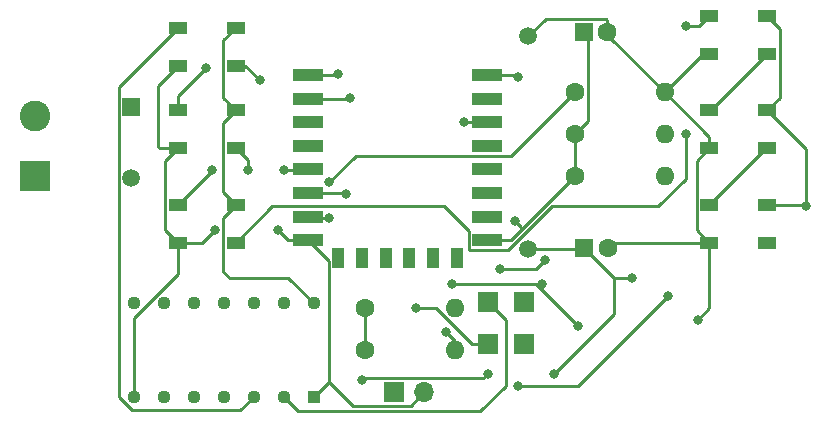
<source format=gbr>
%TF.GenerationSoftware,KiCad,Pcbnew,(6.0.0)*%
%TF.CreationDate,2022-04-27T16:55:33-04:00*%
%TF.ProjectId,ESP12SmallNightLight,45535031-3253-46d6-916c-6c4e69676874,rev?*%
%TF.SameCoordinates,Original*%
%TF.FileFunction,Copper,L2,Bot*%
%TF.FilePolarity,Positive*%
%FSLAX46Y46*%
G04 Gerber Fmt 4.6, Leading zero omitted, Abs format (unit mm)*
G04 Created by KiCad (PCBNEW (6.0.0)) date 2022-04-27 16:55:33*
%MOMM*%
%LPD*%
G01*
G04 APERTURE LIST*
%TA.AperFunction,ComponentPad*%
%ADD10C,1.600000*%
%TD*%
%TA.AperFunction,ComponentPad*%
%ADD11O,1.600000X1.600000*%
%TD*%
%TA.AperFunction,ComponentPad*%
%ADD12R,1.500000X1.500000*%
%TD*%
%TA.AperFunction,ComponentPad*%
%ADD13C,1.500000*%
%TD*%
%TA.AperFunction,ComponentPad*%
%ADD14R,1.600000X1.600000*%
%TD*%
%TA.AperFunction,ComponentPad*%
%ADD15R,1.700000X1.700000*%
%TD*%
%TA.AperFunction,ComponentPad*%
%ADD16O,1.700000X1.700000*%
%TD*%
%TA.AperFunction,ComponentPad*%
%ADD17R,2.600000X2.600000*%
%TD*%
%TA.AperFunction,ComponentPad*%
%ADD18C,2.600000*%
%TD*%
%TA.AperFunction,ComponentPad*%
%ADD19R,1.130000X1.130000*%
%TD*%
%TA.AperFunction,ComponentPad*%
%ADD20C,1.130000*%
%TD*%
%TA.AperFunction,SMDPad,CuDef*%
%ADD21R,2.500000X1.000000*%
%TD*%
%TA.AperFunction,SMDPad,CuDef*%
%ADD22R,1.000000X1.800000*%
%TD*%
%TA.AperFunction,SMDPad,CuDef*%
%ADD23R,1.500000X1.000000*%
%TD*%
%TA.AperFunction,ViaPad*%
%ADD24C,0.800000*%
%TD*%
%TA.AperFunction,Conductor*%
%ADD25C,0.250000*%
%TD*%
G04 APERTURE END LIST*
D10*
%TO.P,R2,1*%
%TO.N,3.3V*%
X101346000Y-73152000D03*
D11*
%TO.P,R2,2*%
%TO.N,Net-(R2-Pad2)*%
X108966000Y-73152000D03*
%TD*%
D10*
%TO.P,R3,1*%
%TO.N,3.3V*%
X119126000Y-61976000D03*
D11*
%TO.P,R3,2*%
%TO.N,GPIO0*%
X126746000Y-61976000D03*
%TD*%
D10*
%TO.P,R1,1*%
%TO.N,3.3V*%
X101346000Y-76708000D03*
D11*
%TO.P,R1,2*%
%TO.N,Net-(R1-Pad2)*%
X108966000Y-76708000D03*
%TD*%
D12*
%TO.P,PS1,1,AC1*%
%TO.N,Net-(J1-Pad2)*%
X81609225Y-56124000D03*
D13*
%TO.P,PS1,2,AC2*%
%TO.N,Net-(J1-Pad1)*%
X81609225Y-62124000D03*
%TO.P,PS1,3,-VO*%
%TO.N,GND*%
X115209225Y-50124000D03*
%TO.P,PS1,4,+VO*%
%TO.N,VCC*%
X115209225Y-68124000D03*
%TD*%
D14*
%TO.P,C1,1*%
%TO.N,VCC*%
X119948888Y-68072000D03*
D10*
%TO.P,C1,2*%
%TO.N,GND*%
X121948888Y-68072000D03*
%TD*%
D14*
%TO.P,C2,1*%
%TO.N,3.3V*%
X119888000Y-49784000D03*
D10*
%TO.P,C2,2*%
%TO.N,GND*%
X121888000Y-49784000D03*
%TD*%
D15*
%TO.P,J5,1,Pin_1*%
%TO.N,GPIO0*%
X103881000Y-80264000D03*
D16*
%TO.P,J5,2,Pin_2*%
%TO.N,GND*%
X106421000Y-80264000D03*
%TD*%
D10*
%TO.P,R5,1*%
%TO.N,3.3V*%
X119126000Y-58420000D03*
D11*
%TO.P,R5,2*%
%TO.N,Net-(J4-Pad1)*%
X126746000Y-58420000D03*
%TD*%
D17*
%TO.P,J1,1,Pin_1*%
%TO.N,Net-(J1-Pad1)*%
X73457000Y-61981000D03*
D18*
%TO.P,J1,2,Pin_2*%
%TO.N,Net-(J1-Pad2)*%
X73457000Y-56901000D03*
%TD*%
D10*
%TO.P,R4,1*%
%TO.N,Net-(R4-Pad1)*%
X119126000Y-54864000D03*
D11*
%TO.P,R4,2*%
%TO.N,GND*%
X126746000Y-54864000D03*
%TD*%
D15*
%TO.P,J6,1,Pin_1*%
%TO.N,DataI{slash}P*%
X111760000Y-72644000D03*
%TD*%
D19*
%TO.P,IC1,1,1~{OE}*%
%TO.N,GND*%
X97028000Y-80678000D03*
D20*
%TO.P,IC1,2,1A*%
%TO.N,DataI{slash}P*%
X94488000Y-80678000D03*
%TO.P,IC1,3,1Y*%
%TO.N,DataO{slash}P*%
X91948000Y-80678000D03*
%TO.P,IC1,4,2~{OE}*%
%TO.N,unconnected-(IC1-Pad4)*%
X89408000Y-80678000D03*
%TO.P,IC1,5,2A*%
%TO.N,unconnected-(IC1-Pad5)*%
X86868000Y-80678000D03*
%TO.P,IC1,6,2Y*%
%TO.N,unconnected-(IC1-Pad6)*%
X84328000Y-80678000D03*
%TO.P,IC1,7,GND*%
%TO.N,GND*%
X81788000Y-80678000D03*
%TO.P,IC1,8,3Y*%
%TO.N,unconnected-(IC1-Pad8)*%
X81788000Y-72738000D03*
%TO.P,IC1,9,3A*%
%TO.N,unconnected-(IC1-Pad9)*%
X84328000Y-72738000D03*
%TO.P,IC1,10,3~{OE}*%
%TO.N,unconnected-(IC1-Pad10)*%
X86868000Y-72738000D03*
%TO.P,IC1,11,4Y*%
%TO.N,unconnected-(IC1-Pad11)*%
X89408000Y-72738000D03*
%TO.P,IC1,12,4A*%
%TO.N,unconnected-(IC1-Pad12)*%
X91948000Y-72738000D03*
%TO.P,IC1,13,4~{OE}*%
%TO.N,unconnected-(IC1-Pad13)*%
X94488000Y-72738000D03*
%TO.P,IC1,14,VCC*%
%TO.N,VCC*%
X97028000Y-72738000D03*
%TD*%
D21*
%TO.P,U1,1,~{RST}*%
%TO.N,Net-(R2-Pad2)*%
X111740000Y-53396000D03*
%TO.P,U1,2,ADC*%
%TO.N,unconnected-(U1-Pad2)*%
X111740000Y-55396000D03*
%TO.P,U1,3,EN*%
%TO.N,Net-(R1-Pad2)*%
X111740000Y-57396000D03*
%TO.P,U1,4,GPIO16*%
%TO.N,unconnected-(U1-Pad4)*%
X111740000Y-59396000D03*
%TO.P,U1,5,GPIO14*%
%TO.N,unconnected-(U1-Pad5)*%
X111740000Y-61396000D03*
%TO.P,U1,6,GPIO12*%
%TO.N,unconnected-(U1-Pad6)*%
X111740000Y-63396000D03*
%TO.P,U1,7,GPIO13*%
%TO.N,unconnected-(U1-Pad7)*%
X111740000Y-65396000D03*
%TO.P,U1,8,VCC*%
%TO.N,3.3V*%
X111740000Y-67396000D03*
D22*
%TO.P,U1,9,CS0*%
%TO.N,unconnected-(U1-Pad9)*%
X109140000Y-68896000D03*
%TO.P,U1,10,MISO*%
%TO.N,unconnected-(U1-Pad10)*%
X107140000Y-68896000D03*
%TO.P,U1,11,GPIO9*%
%TO.N,unconnected-(U1-Pad11)*%
X105140000Y-68896000D03*
%TO.P,U1,12,GPIO10*%
%TO.N,unconnected-(U1-Pad12)*%
X103140000Y-68896000D03*
%TO.P,U1,13,MOSI*%
%TO.N,unconnected-(U1-Pad13)*%
X101140000Y-68896000D03*
%TO.P,U1,14,SCLK*%
%TO.N,unconnected-(U1-Pad14)*%
X99140000Y-68896000D03*
D21*
%TO.P,U1,15,GND*%
%TO.N,GND*%
X96540000Y-67396000D03*
%TO.P,U1,16,GPIO15*%
%TO.N,Net-(R4-Pad1)*%
X96540000Y-65396000D03*
%TO.P,U1,17,GPIO2*%
%TO.N,Net-(J4-Pad1)*%
X96540000Y-63396000D03*
%TO.P,U1,18,GPIO0*%
%TO.N,GPIO0*%
X96540000Y-61396000D03*
%TO.P,U1,19,GPIO4*%
%TO.N,unconnected-(U1-Pad19)*%
X96540000Y-59396000D03*
%TO.P,U1,20,GPIO5*%
%TO.N,unconnected-(U1-Pad20)*%
X96540000Y-57396000D03*
%TO.P,U1,21,GPIO3/RXD*%
%TO.N,Net-(J3-Pad1)*%
X96540000Y-55396000D03*
%TO.P,U1,22,GPIO1/TXD*%
%TO.N,Net-(J2-Pad1)*%
X96540000Y-53396000D03*
%TD*%
D15*
%TO.P,J4,1,Pin_1*%
%TO.N,Net-(J4-Pad1)*%
X114808000Y-76200000D03*
%TD*%
D23*
%TO.P,D1,1,VSS*%
%TO.N,GND*%
X85550000Y-52600000D03*
%TO.P,D1,2,DIN*%
%TO.N,DataO{slash}P*%
X85550000Y-49400000D03*
%TO.P,D1,3,VDD*%
%TO.N,VCC*%
X90450000Y-49400000D03*
%TO.P,D1,4,DOUT*%
%TO.N,Net-(D1-Pad4)*%
X90450000Y-52600000D03*
%TD*%
%TO.P,D4,1,VSS*%
%TO.N,GND*%
X130550000Y-51600000D03*
%TO.P,D4,2,DIN*%
%TO.N,Net-(D3-Pad4)*%
X130550000Y-48400000D03*
%TO.P,D4,3,VDD*%
%TO.N,VCC*%
X135450000Y-48400000D03*
%TO.P,D4,4,DOUT*%
%TO.N,Net-(D4-Pad4)*%
X135450000Y-51600000D03*
%TD*%
D15*
%TO.P,J3,1,Pin_1*%
%TO.N,Net-(J3-Pad1)*%
X114808000Y-72644000D03*
%TD*%
D23*
%TO.P,D3,1,VSS*%
%TO.N,GND*%
X85550000Y-67600000D03*
%TO.P,D3,2,DIN*%
%TO.N,Net-(D2-Pad4)*%
X85550000Y-64400000D03*
%TO.P,D3,3,VDD*%
%TO.N,VCC*%
X90450000Y-64400000D03*
%TO.P,D3,4,DOUT*%
%TO.N,Net-(D3-Pad4)*%
X90450000Y-67600000D03*
%TD*%
%TO.P,D5,1,VSS*%
%TO.N,GND*%
X130550000Y-59600000D03*
%TO.P,D5,2,DIN*%
%TO.N,Net-(D4-Pad4)*%
X130550000Y-56400000D03*
%TO.P,D5,3,VDD*%
%TO.N,VCC*%
X135450000Y-56400000D03*
%TO.P,D5,4,DOUT*%
%TO.N,Net-(D6-Pad2)*%
X135450000Y-59600000D03*
%TD*%
D15*
%TO.P,J2,1,Pin_1*%
%TO.N,Net-(J2-Pad1)*%
X111760000Y-76200000D03*
%TD*%
D23*
%TO.P,D2,1,VSS*%
%TO.N,GND*%
X85550000Y-59600000D03*
%TO.P,D2,2,DIN*%
%TO.N,Net-(D1-Pad4)*%
X85550000Y-56400000D03*
%TO.P,D2,3,VDD*%
%TO.N,VCC*%
X90450000Y-56400000D03*
%TO.P,D2,4,DOUT*%
%TO.N,Net-(D2-Pad4)*%
X90450000Y-59600000D03*
%TD*%
%TO.P,D6,1,VSS*%
%TO.N,GND*%
X130550000Y-67600000D03*
%TO.P,D6,2,DIN*%
%TO.N,Net-(D6-Pad2)*%
X130550000Y-64400000D03*
%TO.P,D6,3,VDD*%
%TO.N,VCC*%
X135450000Y-64400000D03*
%TO.P,D6,4,DOUT*%
%TO.N,unconnected-(D6-Pad4)*%
X135450000Y-67600000D03*
%TD*%
D24*
%TO.N,VCC*%
X101092000Y-79248000D03*
X138684000Y-64516000D03*
X117348000Y-78740000D03*
X123952000Y-70612000D03*
X111760000Y-78740000D03*
%TO.N,GND*%
X93980000Y-66548000D03*
X129540000Y-74116500D03*
X88650989Y-66548000D03*
%TO.N,3.3V*%
X116332000Y-71120000D03*
X119380000Y-74676000D03*
X114046000Y-65786000D03*
X108712000Y-71120000D03*
%TO.N,Net-(D1-Pad4)*%
X92456000Y-53848000D03*
X87884000Y-52832000D03*
%TO.N,Net-(D2-Pad4)*%
X88392000Y-61468000D03*
X91440000Y-61468000D03*
%TO.N,Net-(D3-Pad4)*%
X128524000Y-58420000D03*
X128524000Y-49276000D03*
%TO.N,Net-(J2-Pad1)*%
X105664000Y-73152000D03*
X99060000Y-53340000D03*
%TO.N,Net-(J3-Pad1)*%
X100076000Y-55372000D03*
%TO.N,Net-(J4-Pad1)*%
X99784500Y-63500000D03*
%TO.N,GPIO0*%
X94488000Y-61468000D03*
X114300000Y-79756000D03*
X127000000Y-72136000D03*
%TO.N,Net-(R1-Pad2)*%
X109728000Y-57404000D03*
X108204000Y-75184000D03*
%TO.N,Net-(R2-Pad2)*%
X112813033Y-69791158D03*
X116586000Y-69088000D03*
X114300000Y-53594000D03*
%TO.N,Net-(R4-Pad1)*%
X98335500Y-65532000D03*
X98335500Y-62484000D03*
%TD*%
D25*
%TO.N,VCC*%
X135450000Y-48400000D02*
X136524511Y-49474511D01*
X136524511Y-49474511D02*
X136524511Y-55325489D01*
X115209225Y-68124000D02*
X119896888Y-68124000D01*
X89375489Y-57474511D02*
X89375489Y-63325489D01*
X94902000Y-70612000D02*
X97028000Y-72738000D01*
X138568000Y-64400000D02*
X135450000Y-64400000D01*
X90450000Y-49400000D02*
X89375489Y-50474511D01*
X89375489Y-65474511D02*
X89375489Y-70071489D01*
X138684000Y-59634000D02*
X138684000Y-64516000D01*
X136524511Y-55325489D02*
X135450000Y-56400000D01*
X123952000Y-70612000D02*
X122488888Y-70612000D01*
X89916000Y-70612000D02*
X94902000Y-70612000D01*
X101092000Y-79248000D02*
X101250511Y-79089489D01*
X122488888Y-73599112D02*
X122488888Y-70612000D01*
X135450000Y-56400000D02*
X138684000Y-59634000D01*
X89375489Y-55325489D02*
X90450000Y-56400000D01*
X138684000Y-64516000D02*
X138568000Y-64400000D01*
X111410511Y-79089489D02*
X111760000Y-78740000D01*
X122488888Y-70612000D02*
X119948888Y-68072000D01*
X117348000Y-78740000D02*
X122488888Y-73599112D01*
X89375489Y-63325489D02*
X90450000Y-64400000D01*
X89375489Y-70071489D02*
X89916000Y-70612000D01*
X90450000Y-64400000D02*
X89375489Y-65474511D01*
X90450000Y-56400000D02*
X89375489Y-57474511D01*
X119896888Y-68124000D02*
X119948888Y-68072000D01*
X101250511Y-79089489D02*
X111410511Y-79089489D01*
X89375489Y-50474511D02*
X89375489Y-55325489D01*
%TO.N,GND*%
X85550000Y-59600000D02*
X83984000Y-59600000D01*
X83984000Y-59600000D02*
X83820000Y-59436000D01*
X81788000Y-73995960D02*
X81788000Y-80678000D01*
X87598989Y-67600000D02*
X88650989Y-66548000D01*
X122420888Y-67600000D02*
X121948888Y-68072000D01*
X126746000Y-54864000D02*
X121888000Y-50006000D01*
X98315489Y-79390511D02*
X97028000Y-80678000D01*
X130550000Y-58668000D02*
X130550000Y-59600000D01*
X105246489Y-81438511D02*
X106421000Y-80264000D01*
X130550000Y-59600000D02*
X129475489Y-60674511D01*
X129540000Y-74116500D02*
X130550000Y-73106500D01*
X83820000Y-54330000D02*
X85550000Y-52600000D01*
X130550000Y-67600000D02*
X122420888Y-67600000D01*
X96540000Y-67396000D02*
X98315489Y-69171489D01*
X126746000Y-54864000D02*
X130550000Y-58668000D01*
X94828000Y-67396000D02*
X96540000Y-67396000D01*
X84475489Y-60674511D02*
X85550000Y-59600000D01*
X121888000Y-48736000D02*
X121888000Y-49784000D01*
X121888000Y-50006000D02*
X121888000Y-49784000D01*
X93980000Y-66548000D02*
X94828000Y-67396000D01*
X129475489Y-66525489D02*
X130550000Y-67600000D01*
X84475489Y-66525489D02*
X84475489Y-60674511D01*
X116673736Y-48659489D02*
X121811489Y-48659489D01*
X83820000Y-59436000D02*
X83820000Y-54330000D01*
X121811489Y-48659489D02*
X121888000Y-48736000D01*
X85550000Y-67600000D02*
X85550000Y-70233960D01*
X98315489Y-69171489D02*
X98315489Y-79390511D01*
X85550000Y-67600000D02*
X87598989Y-67600000D01*
X130550000Y-73106500D02*
X130550000Y-67600000D01*
X126746000Y-54864000D02*
X130010000Y-51600000D01*
X85550000Y-70233960D02*
X81788000Y-73995960D01*
X115209225Y-50124000D02*
X116673736Y-48659489D01*
X129475489Y-60674511D02*
X129475489Y-66525489D01*
X130010000Y-51600000D02*
X130550000Y-51600000D01*
X100363489Y-81438511D02*
X105246489Y-81438511D01*
X85550000Y-67600000D02*
X84475489Y-66525489D01*
X98315489Y-79390511D02*
X100363489Y-81438511D01*
%TO.N,3.3V*%
X108712000Y-71120000D02*
X115824000Y-71120000D01*
X114554000Y-66548000D02*
X114554000Y-66294000D01*
X120250511Y-50146511D02*
X120250511Y-57295489D01*
X114554000Y-66548000D02*
X113706000Y-67396000D01*
X114554000Y-66294000D02*
X114046000Y-65786000D01*
X116332000Y-71120000D02*
X116332000Y-71628000D01*
X120250511Y-57295489D02*
X119126000Y-58420000D01*
X119888000Y-49784000D02*
X120250511Y-50146511D01*
X101346000Y-76708000D02*
X101346000Y-73152000D01*
X119126000Y-61976000D02*
X114554000Y-66548000D01*
X119126000Y-58420000D02*
X119126000Y-61976000D01*
X113706000Y-67396000D02*
X111740000Y-67396000D01*
X116332000Y-71628000D02*
X119380000Y-74676000D01*
X115824000Y-71120000D02*
X116332000Y-71628000D01*
%TO.N,DataO{slash}P*%
X80534714Y-80682674D02*
X81640040Y-81788000D01*
X90838000Y-81788000D02*
X91948000Y-80678000D01*
X81640040Y-81788000D02*
X90838000Y-81788000D01*
X85550000Y-49400000D02*
X80534714Y-54415286D01*
X80534714Y-54415286D02*
X80534714Y-80682674D01*
%TO.N,Net-(D1-Pad4)*%
X85550000Y-56400000D02*
X85550000Y-55166000D01*
X91208000Y-52600000D02*
X90450000Y-52600000D01*
X92456000Y-53848000D02*
X91208000Y-52600000D01*
X85550000Y-55166000D02*
X87884000Y-52832000D01*
%TO.N,Net-(D2-Pad4)*%
X88392000Y-61558000D02*
X88392000Y-61468000D01*
X85550000Y-64400000D02*
X88392000Y-61558000D01*
X91440000Y-61468000D02*
X91440000Y-60590000D01*
X91440000Y-60590000D02*
X90450000Y-59600000D01*
%TO.N,Net-(D3-Pad4)*%
X110165489Y-66571489D02*
X110165489Y-68220511D01*
X110165489Y-68220511D02*
X113517207Y-68220511D01*
X129674000Y-49276000D02*
X130550000Y-48400000D01*
X128524000Y-49276000D02*
X129674000Y-49276000D01*
X93534000Y-64516000D02*
X108110000Y-64516000D01*
X90450000Y-67600000D02*
X93534000Y-64516000D01*
X113517207Y-68220511D02*
X117221718Y-64516000D01*
X128524000Y-62202989D02*
X128524000Y-58420000D01*
X117221718Y-64516000D02*
X126210989Y-64516000D01*
X108110000Y-64516000D02*
X110165489Y-66571489D01*
X126210989Y-64516000D02*
X128524000Y-62202989D01*
%TO.N,DataI{slash}P*%
X113284000Y-74168000D02*
X111760000Y-72644000D01*
X94488000Y-80678000D02*
X95698031Y-81888031D01*
X113284000Y-79756000D02*
X113284000Y-74168000D01*
X95698031Y-81888031D02*
X111151969Y-81888031D01*
X111151969Y-81888031D02*
X113284000Y-79756000D01*
%TO.N,Net-(J2-Pad1)*%
X111760000Y-76200000D02*
X110423700Y-76200000D01*
X99004000Y-53396000D02*
X96540000Y-53396000D01*
X110423700Y-76200000D02*
X107375700Y-73152000D01*
X99060000Y-53340000D02*
X99004000Y-53396000D01*
X107375700Y-73152000D02*
X105664000Y-73152000D01*
%TO.N,Net-(J3-Pad1)*%
X96540000Y-55396000D02*
X100052000Y-55396000D01*
X100052000Y-55396000D02*
X100076000Y-55372000D01*
%TO.N,Net-(J4-Pad1)*%
X99680500Y-63396000D02*
X96540000Y-63396000D01*
X99784500Y-63500000D02*
X99680500Y-63396000D01*
%TO.N,GPIO0*%
X96468000Y-61468000D02*
X96540000Y-61396000D01*
X94488000Y-61468000D02*
X96468000Y-61468000D01*
X119380000Y-79756000D02*
X114300000Y-79756000D01*
X127000000Y-72136000D02*
X119380000Y-79756000D01*
%TO.N,Net-(R1-Pad2)*%
X111732000Y-57404000D02*
X111740000Y-57396000D01*
X108966000Y-76708000D02*
X108966000Y-75946000D01*
X108966000Y-75946000D02*
X108204000Y-75184000D01*
X109728000Y-57404000D02*
X111732000Y-57404000D01*
%TO.N,Net-(R2-Pad2)*%
X115882842Y-69791158D02*
X116586000Y-69088000D01*
X114102000Y-53396000D02*
X111740000Y-53396000D01*
X112813033Y-69791158D02*
X115882842Y-69791158D01*
X114300000Y-53594000D02*
X114102000Y-53396000D01*
%TO.N,Net-(R4-Pad1)*%
X98335500Y-65532000D02*
X96676000Y-65532000D01*
X96676000Y-65532000D02*
X96540000Y-65396000D01*
X100598989Y-60220511D02*
X98335500Y-62484000D01*
X113769489Y-60220511D02*
X100598989Y-60220511D01*
X119126000Y-54864000D02*
X113769489Y-60220511D01*
%TO.N,Net-(D4-Pad4)*%
X130550000Y-56400000D02*
X130650000Y-56400000D01*
X130650000Y-56400000D02*
X135450000Y-51600000D01*
%TO.N,Net-(D6-Pad2)*%
X135450000Y-59600000D02*
X135350000Y-59600000D01*
X135350000Y-59600000D02*
X130550000Y-64400000D01*
%TD*%
M02*

</source>
